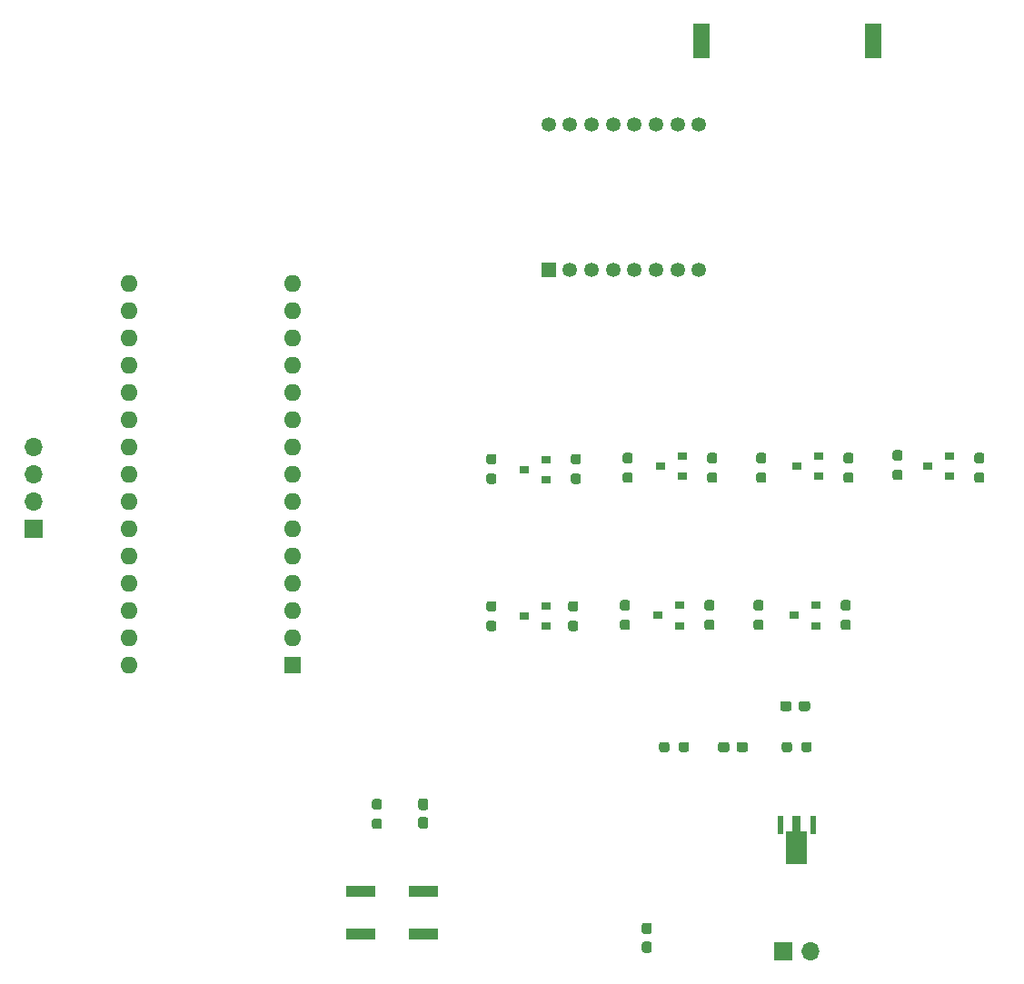
<source format=gbr>
%TF.GenerationSoftware,KiCad,Pcbnew,(5.1.10)-1*%
%TF.CreationDate,2021-06-24T19:27:42+08:00*%
%TF.ProjectId,hoperf_arduino,686f7065-7266-45f6-9172-6475696e6f2e,rev?*%
%TF.SameCoordinates,Original*%
%TF.FileFunction,Soldermask,Top*%
%TF.FilePolarity,Negative*%
%FSLAX46Y46*%
G04 Gerber Fmt 4.6, Leading zero omitted, Abs format (unit mm)*
G04 Created by KiCad (PCBNEW (5.1.10)-1) date 2021-06-24 19:27:42*
%MOMM*%
%LPD*%
G01*
G04 APERTURE LIST*
%ADD10C,1.350000*%
%ADD11R,1.350000X1.350000*%
%ADD12O,1.700000X1.700000*%
%ADD13R,1.700000X1.700000*%
%ADD14C,0.100000*%
%ADD15R,0.580000X1.730000*%
%ADD16R,2.800000X1.000000*%
%ADD17R,1.600000X1.600000*%
%ADD18O,1.600000X1.600000*%
%ADD19R,0.900000X0.800000*%
%ADD20R,1.524000X3.302000*%
G04 APERTURE END LIST*
D10*
%TO.C,U2*%
X102616000Y-65140000D03*
X104616000Y-65140000D03*
X106616000Y-65140000D03*
X108616000Y-65140000D03*
X110616000Y-65140000D03*
X112616000Y-65140000D03*
X114616000Y-65140000D03*
X116616000Y-65140000D03*
X116616000Y-78740000D03*
X114616000Y-78740000D03*
X112616000Y-78740000D03*
X110616000Y-78740000D03*
X108616000Y-78740000D03*
X106616000Y-78740000D03*
X104616000Y-78740000D03*
D11*
X102616000Y-78740000D03*
%TD*%
D12*
%TO.C,BT1*%
X127000000Y-142240000D03*
D13*
X124460000Y-142240000D03*
%TD*%
D14*
%TO.C,U1*%
G36*
X124763500Y-131080000D02*
G01*
X125350000Y-131080000D01*
X125350000Y-129580000D01*
X126110000Y-129580000D01*
X126110000Y-131080000D01*
X126696500Y-131080000D01*
X126696500Y-134109999D01*
X124763500Y-134109999D01*
X124763500Y-131080000D01*
G37*
D15*
X124230000Y-130445000D03*
X127230000Y-130445000D03*
%TD*%
D16*
%TO.C,SW1*%
X85132000Y-136652000D03*
X90932000Y-136652000D03*
X85132000Y-140652000D03*
X90932000Y-140652000D03*
%TD*%
%TO.C,R24*%
G36*
G01*
X126155000Y-123427500D02*
X126155000Y-122952500D01*
G75*
G02*
X126392500Y-122715000I237500J0D01*
G01*
X126892500Y-122715000D01*
G75*
G02*
X127130000Y-122952500I0J-237500D01*
G01*
X127130000Y-123427500D01*
G75*
G02*
X126892500Y-123665000I-237500J0D01*
G01*
X126392500Y-123665000D01*
G75*
G02*
X126155000Y-123427500I0J237500D01*
G01*
G37*
G36*
G01*
X124330000Y-123427500D02*
X124330000Y-122952500D01*
G75*
G02*
X124567500Y-122715000I237500J0D01*
G01*
X125067500Y-122715000D01*
G75*
G02*
X125305000Y-122952500I0J-237500D01*
G01*
X125305000Y-123427500D01*
G75*
G02*
X125067500Y-123665000I-237500J0D01*
G01*
X124567500Y-123665000D01*
G75*
G02*
X124330000Y-123427500I0J237500D01*
G01*
G37*
%TD*%
%TO.C,R15*%
G36*
G01*
X130539500Y-110469000D02*
X130064500Y-110469000D01*
G75*
G02*
X129827000Y-110231500I0J237500D01*
G01*
X129827000Y-109731500D01*
G75*
G02*
X130064500Y-109494000I237500J0D01*
G01*
X130539500Y-109494000D01*
G75*
G02*
X130777000Y-109731500I0J-237500D01*
G01*
X130777000Y-110231500D01*
G75*
G02*
X130539500Y-110469000I-237500J0D01*
G01*
G37*
G36*
G01*
X130539500Y-112294000D02*
X130064500Y-112294000D01*
G75*
G02*
X129827000Y-112056500I0J237500D01*
G01*
X129827000Y-111556500D01*
G75*
G02*
X130064500Y-111319000I237500J0D01*
G01*
X130539500Y-111319000D01*
G75*
G02*
X130777000Y-111556500I0J-237500D01*
G01*
X130777000Y-112056500D01*
G75*
G02*
X130539500Y-112294000I-237500J0D01*
G01*
G37*
%TD*%
%TO.C,R14*%
G36*
G01*
X122411500Y-110469000D02*
X121936500Y-110469000D01*
G75*
G02*
X121699000Y-110231500I0J237500D01*
G01*
X121699000Y-109731500D01*
G75*
G02*
X121936500Y-109494000I237500J0D01*
G01*
X122411500Y-109494000D01*
G75*
G02*
X122649000Y-109731500I0J-237500D01*
G01*
X122649000Y-110231500D01*
G75*
G02*
X122411500Y-110469000I-237500J0D01*
G01*
G37*
G36*
G01*
X122411500Y-112294000D02*
X121936500Y-112294000D01*
G75*
G02*
X121699000Y-112056500I0J237500D01*
G01*
X121699000Y-111556500D01*
G75*
G02*
X121936500Y-111319000I237500J0D01*
G01*
X122411500Y-111319000D01*
G75*
G02*
X122649000Y-111556500I0J-237500D01*
G01*
X122649000Y-112056500D01*
G75*
G02*
X122411500Y-112294000I-237500J0D01*
G01*
G37*
%TD*%
%TO.C,R13*%
G36*
G01*
X117839500Y-110469000D02*
X117364500Y-110469000D01*
G75*
G02*
X117127000Y-110231500I0J237500D01*
G01*
X117127000Y-109731500D01*
G75*
G02*
X117364500Y-109494000I237500J0D01*
G01*
X117839500Y-109494000D01*
G75*
G02*
X118077000Y-109731500I0J-237500D01*
G01*
X118077000Y-110231500D01*
G75*
G02*
X117839500Y-110469000I-237500J0D01*
G01*
G37*
G36*
G01*
X117839500Y-112294000D02*
X117364500Y-112294000D01*
G75*
G02*
X117127000Y-112056500I0J237500D01*
G01*
X117127000Y-111556500D01*
G75*
G02*
X117364500Y-111319000I237500J0D01*
G01*
X117839500Y-111319000D01*
G75*
G02*
X118077000Y-111556500I0J-237500D01*
G01*
X118077000Y-112056500D01*
G75*
G02*
X117839500Y-112294000I-237500J0D01*
G01*
G37*
%TD*%
%TO.C,R12*%
G36*
G01*
X109965500Y-110469000D02*
X109490500Y-110469000D01*
G75*
G02*
X109253000Y-110231500I0J237500D01*
G01*
X109253000Y-109731500D01*
G75*
G02*
X109490500Y-109494000I237500J0D01*
G01*
X109965500Y-109494000D01*
G75*
G02*
X110203000Y-109731500I0J-237500D01*
G01*
X110203000Y-110231500D01*
G75*
G02*
X109965500Y-110469000I-237500J0D01*
G01*
G37*
G36*
G01*
X109965500Y-112294000D02*
X109490500Y-112294000D01*
G75*
G02*
X109253000Y-112056500I0J237500D01*
G01*
X109253000Y-111556500D01*
G75*
G02*
X109490500Y-111319000I237500J0D01*
G01*
X109965500Y-111319000D01*
G75*
G02*
X110203000Y-111556500I0J-237500D01*
G01*
X110203000Y-112056500D01*
G75*
G02*
X109965500Y-112294000I-237500J0D01*
G01*
G37*
%TD*%
%TO.C,R11*%
G36*
G01*
X105139500Y-110573000D02*
X104664500Y-110573000D01*
G75*
G02*
X104427000Y-110335500I0J237500D01*
G01*
X104427000Y-109835500D01*
G75*
G02*
X104664500Y-109598000I237500J0D01*
G01*
X105139500Y-109598000D01*
G75*
G02*
X105377000Y-109835500I0J-237500D01*
G01*
X105377000Y-110335500D01*
G75*
G02*
X105139500Y-110573000I-237500J0D01*
G01*
G37*
G36*
G01*
X105139500Y-112398000D02*
X104664500Y-112398000D01*
G75*
G02*
X104427000Y-112160500I0J237500D01*
G01*
X104427000Y-111660500D01*
G75*
G02*
X104664500Y-111423000I237500J0D01*
G01*
X105139500Y-111423000D01*
G75*
G02*
X105377000Y-111660500I0J-237500D01*
G01*
X105377000Y-112160500D01*
G75*
G02*
X105139500Y-112398000I-237500J0D01*
G01*
G37*
%TD*%
%TO.C,R10*%
G36*
G01*
X97519500Y-110573000D02*
X97044500Y-110573000D01*
G75*
G02*
X96807000Y-110335500I0J237500D01*
G01*
X96807000Y-109835500D01*
G75*
G02*
X97044500Y-109598000I237500J0D01*
G01*
X97519500Y-109598000D01*
G75*
G02*
X97757000Y-109835500I0J-237500D01*
G01*
X97757000Y-110335500D01*
G75*
G02*
X97519500Y-110573000I-237500J0D01*
G01*
G37*
G36*
G01*
X97519500Y-112398000D02*
X97044500Y-112398000D01*
G75*
G02*
X96807000Y-112160500I0J237500D01*
G01*
X96807000Y-111660500D01*
G75*
G02*
X97044500Y-111423000I237500J0D01*
G01*
X97519500Y-111423000D01*
G75*
G02*
X97757000Y-111660500I0J-237500D01*
G01*
X97757000Y-112160500D01*
G75*
G02*
X97519500Y-112398000I-237500J0D01*
G01*
G37*
%TD*%
%TO.C,R9*%
G36*
G01*
X105393500Y-96857000D02*
X104918500Y-96857000D01*
G75*
G02*
X104681000Y-96619500I0J237500D01*
G01*
X104681000Y-96119500D01*
G75*
G02*
X104918500Y-95882000I237500J0D01*
G01*
X105393500Y-95882000D01*
G75*
G02*
X105631000Y-96119500I0J-237500D01*
G01*
X105631000Y-96619500D01*
G75*
G02*
X105393500Y-96857000I-237500J0D01*
G01*
G37*
G36*
G01*
X105393500Y-98682000D02*
X104918500Y-98682000D01*
G75*
G02*
X104681000Y-98444500I0J237500D01*
G01*
X104681000Y-97944500D01*
G75*
G02*
X104918500Y-97707000I237500J0D01*
G01*
X105393500Y-97707000D01*
G75*
G02*
X105631000Y-97944500I0J-237500D01*
G01*
X105631000Y-98444500D01*
G75*
G02*
X105393500Y-98682000I-237500J0D01*
G01*
G37*
%TD*%
%TO.C,R8*%
G36*
G01*
X97519500Y-96857000D02*
X97044500Y-96857000D01*
G75*
G02*
X96807000Y-96619500I0J237500D01*
G01*
X96807000Y-96119500D01*
G75*
G02*
X97044500Y-95882000I237500J0D01*
G01*
X97519500Y-95882000D01*
G75*
G02*
X97757000Y-96119500I0J-237500D01*
G01*
X97757000Y-96619500D01*
G75*
G02*
X97519500Y-96857000I-237500J0D01*
G01*
G37*
G36*
G01*
X97519500Y-98682000D02*
X97044500Y-98682000D01*
G75*
G02*
X96807000Y-98444500I0J237500D01*
G01*
X96807000Y-97944500D01*
G75*
G02*
X97044500Y-97707000I237500J0D01*
G01*
X97519500Y-97707000D01*
G75*
G02*
X97757000Y-97944500I0J-237500D01*
G01*
X97757000Y-98444500D01*
G75*
G02*
X97519500Y-98682000I-237500J0D01*
G01*
G37*
%TD*%
%TO.C,R7*%
G36*
G01*
X142985500Y-96753500D02*
X142510500Y-96753500D01*
G75*
G02*
X142273000Y-96516000I0J237500D01*
G01*
X142273000Y-96016000D01*
G75*
G02*
X142510500Y-95778500I237500J0D01*
G01*
X142985500Y-95778500D01*
G75*
G02*
X143223000Y-96016000I0J-237500D01*
G01*
X143223000Y-96516000D01*
G75*
G02*
X142985500Y-96753500I-237500J0D01*
G01*
G37*
G36*
G01*
X142985500Y-98578500D02*
X142510500Y-98578500D01*
G75*
G02*
X142273000Y-98341000I0J237500D01*
G01*
X142273000Y-97841000D01*
G75*
G02*
X142510500Y-97603500I237500J0D01*
G01*
X142985500Y-97603500D01*
G75*
G02*
X143223000Y-97841000I0J-237500D01*
G01*
X143223000Y-98341000D01*
G75*
G02*
X142985500Y-98578500I-237500J0D01*
G01*
G37*
%TD*%
%TO.C,R6*%
G36*
G01*
X135365500Y-96499500D02*
X134890500Y-96499500D01*
G75*
G02*
X134653000Y-96262000I0J237500D01*
G01*
X134653000Y-95762000D01*
G75*
G02*
X134890500Y-95524500I237500J0D01*
G01*
X135365500Y-95524500D01*
G75*
G02*
X135603000Y-95762000I0J-237500D01*
G01*
X135603000Y-96262000D01*
G75*
G02*
X135365500Y-96499500I-237500J0D01*
G01*
G37*
G36*
G01*
X135365500Y-98324500D02*
X134890500Y-98324500D01*
G75*
G02*
X134653000Y-98087000I0J237500D01*
G01*
X134653000Y-97587000D01*
G75*
G02*
X134890500Y-97349500I237500J0D01*
G01*
X135365500Y-97349500D01*
G75*
G02*
X135603000Y-97587000I0J-237500D01*
G01*
X135603000Y-98087000D01*
G75*
G02*
X135365500Y-98324500I-237500J0D01*
G01*
G37*
%TD*%
%TO.C,R5*%
G36*
G01*
X130793500Y-96753500D02*
X130318500Y-96753500D01*
G75*
G02*
X130081000Y-96516000I0J237500D01*
G01*
X130081000Y-96016000D01*
G75*
G02*
X130318500Y-95778500I237500J0D01*
G01*
X130793500Y-95778500D01*
G75*
G02*
X131031000Y-96016000I0J-237500D01*
G01*
X131031000Y-96516000D01*
G75*
G02*
X130793500Y-96753500I-237500J0D01*
G01*
G37*
G36*
G01*
X130793500Y-98578500D02*
X130318500Y-98578500D01*
G75*
G02*
X130081000Y-98341000I0J237500D01*
G01*
X130081000Y-97841000D01*
G75*
G02*
X130318500Y-97603500I237500J0D01*
G01*
X130793500Y-97603500D01*
G75*
G02*
X131031000Y-97841000I0J-237500D01*
G01*
X131031000Y-98341000D01*
G75*
G02*
X130793500Y-98578500I-237500J0D01*
G01*
G37*
%TD*%
%TO.C,R4*%
G36*
G01*
X122665500Y-96753500D02*
X122190500Y-96753500D01*
G75*
G02*
X121953000Y-96516000I0J237500D01*
G01*
X121953000Y-96016000D01*
G75*
G02*
X122190500Y-95778500I237500J0D01*
G01*
X122665500Y-95778500D01*
G75*
G02*
X122903000Y-96016000I0J-237500D01*
G01*
X122903000Y-96516000D01*
G75*
G02*
X122665500Y-96753500I-237500J0D01*
G01*
G37*
G36*
G01*
X122665500Y-98578500D02*
X122190500Y-98578500D01*
G75*
G02*
X121953000Y-98341000I0J237500D01*
G01*
X121953000Y-97841000D01*
G75*
G02*
X122190500Y-97603500I237500J0D01*
G01*
X122665500Y-97603500D01*
G75*
G02*
X122903000Y-97841000I0J-237500D01*
G01*
X122903000Y-98341000D01*
G75*
G02*
X122665500Y-98578500I-237500J0D01*
G01*
G37*
%TD*%
%TO.C,R3*%
G36*
G01*
X118093500Y-96753500D02*
X117618500Y-96753500D01*
G75*
G02*
X117381000Y-96516000I0J237500D01*
G01*
X117381000Y-96016000D01*
G75*
G02*
X117618500Y-95778500I237500J0D01*
G01*
X118093500Y-95778500D01*
G75*
G02*
X118331000Y-96016000I0J-237500D01*
G01*
X118331000Y-96516000D01*
G75*
G02*
X118093500Y-96753500I-237500J0D01*
G01*
G37*
G36*
G01*
X118093500Y-98578500D02*
X117618500Y-98578500D01*
G75*
G02*
X117381000Y-98341000I0J237500D01*
G01*
X117381000Y-97841000D01*
G75*
G02*
X117618500Y-97603500I237500J0D01*
G01*
X118093500Y-97603500D01*
G75*
G02*
X118331000Y-97841000I0J-237500D01*
G01*
X118331000Y-98341000D01*
G75*
G02*
X118093500Y-98578500I-237500J0D01*
G01*
G37*
%TD*%
%TO.C,R2*%
G36*
G01*
X110219500Y-96753500D02*
X109744500Y-96753500D01*
G75*
G02*
X109507000Y-96516000I0J237500D01*
G01*
X109507000Y-96016000D01*
G75*
G02*
X109744500Y-95778500I237500J0D01*
G01*
X110219500Y-95778500D01*
G75*
G02*
X110457000Y-96016000I0J-237500D01*
G01*
X110457000Y-96516000D01*
G75*
G02*
X110219500Y-96753500I-237500J0D01*
G01*
G37*
G36*
G01*
X110219500Y-98578500D02*
X109744500Y-98578500D01*
G75*
G02*
X109507000Y-98341000I0J237500D01*
G01*
X109507000Y-97841000D01*
G75*
G02*
X109744500Y-97603500I237500J0D01*
G01*
X110219500Y-97603500D01*
G75*
G02*
X110457000Y-97841000I0J-237500D01*
G01*
X110457000Y-98341000D01*
G75*
G02*
X110219500Y-98578500I-237500J0D01*
G01*
G37*
%TD*%
%TO.C,R1*%
G36*
G01*
X86851500Y-129011000D02*
X86376500Y-129011000D01*
G75*
G02*
X86139000Y-128773500I0J237500D01*
G01*
X86139000Y-128273500D01*
G75*
G02*
X86376500Y-128036000I237500J0D01*
G01*
X86851500Y-128036000D01*
G75*
G02*
X87089000Y-128273500I0J-237500D01*
G01*
X87089000Y-128773500D01*
G75*
G02*
X86851500Y-129011000I-237500J0D01*
G01*
G37*
G36*
G01*
X86851500Y-130836000D02*
X86376500Y-130836000D01*
G75*
G02*
X86139000Y-130598500I0J237500D01*
G01*
X86139000Y-130098500D01*
G75*
G02*
X86376500Y-129861000I237500J0D01*
G01*
X86851500Y-129861000D01*
G75*
G02*
X87089000Y-130098500I0J-237500D01*
G01*
X87089000Y-130598500D01*
G75*
G02*
X86851500Y-130836000I-237500J0D01*
G01*
G37*
%TD*%
%TO.C,FB1*%
G36*
G01*
X113875000Y-122952500D02*
X113875000Y-123427500D01*
G75*
G02*
X113637500Y-123665000I-237500J0D01*
G01*
X113137500Y-123665000D01*
G75*
G02*
X112900000Y-123427500I0J237500D01*
G01*
X112900000Y-122952500D01*
G75*
G02*
X113137500Y-122715000I237500J0D01*
G01*
X113637500Y-122715000D01*
G75*
G02*
X113875000Y-122952500I0J-237500D01*
G01*
G37*
G36*
G01*
X115700000Y-122952500D02*
X115700000Y-123427500D01*
G75*
G02*
X115462500Y-123665000I-237500J0D01*
G01*
X114962500Y-123665000D01*
G75*
G02*
X114725000Y-123427500I0J237500D01*
G01*
X114725000Y-122952500D01*
G75*
G02*
X114962500Y-122715000I237500J0D01*
G01*
X115462500Y-122715000D01*
G75*
G02*
X115700000Y-122952500I0J-237500D01*
G01*
G37*
%TD*%
%TO.C,D1*%
G36*
G01*
X111997500Y-140620000D02*
X111522500Y-140620000D01*
G75*
G02*
X111285000Y-140382500I0J237500D01*
G01*
X111285000Y-139807500D01*
G75*
G02*
X111522500Y-139570000I237500J0D01*
G01*
X111997500Y-139570000D01*
G75*
G02*
X112235000Y-139807500I0J-237500D01*
G01*
X112235000Y-140382500D01*
G75*
G02*
X111997500Y-140620000I-237500J0D01*
G01*
G37*
G36*
G01*
X111997500Y-142370000D02*
X111522500Y-142370000D01*
G75*
G02*
X111285000Y-142132500I0J237500D01*
G01*
X111285000Y-141557500D01*
G75*
G02*
X111522500Y-141320000I237500J0D01*
G01*
X111997500Y-141320000D01*
G75*
G02*
X112235000Y-141557500I0J-237500D01*
G01*
X112235000Y-142132500D01*
G75*
G02*
X111997500Y-142370000I-237500J0D01*
G01*
G37*
%TD*%
%TO.C,C3*%
G36*
G01*
X125251000Y-119142500D02*
X125251000Y-119617500D01*
G75*
G02*
X125013500Y-119855000I-237500J0D01*
G01*
X124413500Y-119855000D01*
G75*
G02*
X124176000Y-119617500I0J237500D01*
G01*
X124176000Y-119142500D01*
G75*
G02*
X124413500Y-118905000I237500J0D01*
G01*
X125013500Y-118905000D01*
G75*
G02*
X125251000Y-119142500I0J-237500D01*
G01*
G37*
G36*
G01*
X126976000Y-119142500D02*
X126976000Y-119617500D01*
G75*
G02*
X126738500Y-119855000I-237500J0D01*
G01*
X126138500Y-119855000D01*
G75*
G02*
X125901000Y-119617500I0J237500D01*
G01*
X125901000Y-119142500D01*
G75*
G02*
X126138500Y-118905000I237500J0D01*
G01*
X126738500Y-118905000D01*
G75*
G02*
X126976000Y-119142500I0J-237500D01*
G01*
G37*
%TD*%
%TO.C,C2*%
G36*
G01*
X120113000Y-123427500D02*
X120113000Y-122952500D01*
G75*
G02*
X120350500Y-122715000I237500J0D01*
G01*
X120950500Y-122715000D01*
G75*
G02*
X121188000Y-122952500I0J-237500D01*
G01*
X121188000Y-123427500D01*
G75*
G02*
X120950500Y-123665000I-237500J0D01*
G01*
X120350500Y-123665000D01*
G75*
G02*
X120113000Y-123427500I0J237500D01*
G01*
G37*
G36*
G01*
X118388000Y-123427500D02*
X118388000Y-122952500D01*
G75*
G02*
X118625500Y-122715000I237500J0D01*
G01*
X119225500Y-122715000D01*
G75*
G02*
X119463000Y-122952500I0J-237500D01*
G01*
X119463000Y-123427500D01*
G75*
G02*
X119225500Y-123665000I-237500J0D01*
G01*
X118625500Y-123665000D01*
G75*
G02*
X118388000Y-123427500I0J237500D01*
G01*
G37*
%TD*%
%TO.C,C1*%
G36*
G01*
X91169500Y-129061000D02*
X90694500Y-129061000D01*
G75*
G02*
X90457000Y-128823500I0J237500D01*
G01*
X90457000Y-128223500D01*
G75*
G02*
X90694500Y-127986000I237500J0D01*
G01*
X91169500Y-127986000D01*
G75*
G02*
X91407000Y-128223500I0J-237500D01*
G01*
X91407000Y-128823500D01*
G75*
G02*
X91169500Y-129061000I-237500J0D01*
G01*
G37*
G36*
G01*
X91169500Y-130786000D02*
X90694500Y-130786000D01*
G75*
G02*
X90457000Y-130548500I0J237500D01*
G01*
X90457000Y-129948500D01*
G75*
G02*
X90694500Y-129711000I237500J0D01*
G01*
X91169500Y-129711000D01*
G75*
G02*
X91407000Y-129948500I0J-237500D01*
G01*
X91407000Y-130548500D01*
G75*
G02*
X91169500Y-130786000I-237500J0D01*
G01*
G37*
%TD*%
D13*
%TO.C,FC1*%
X54610000Y-102870000D03*
D12*
X54610000Y-100330000D03*
X54610000Y-97790000D03*
X54610000Y-95250000D03*
%TD*%
D17*
%TO.C,A1*%
X78740000Y-115570000D03*
D18*
X63500000Y-82550000D03*
X78740000Y-113030000D03*
X63500000Y-85090000D03*
X78740000Y-110490000D03*
X63500000Y-87630000D03*
X78740000Y-107950000D03*
X63500000Y-90170000D03*
X78740000Y-105410000D03*
X63500000Y-92710000D03*
X78740000Y-102870000D03*
X63500000Y-95250000D03*
X78740000Y-100330000D03*
X63500000Y-97790000D03*
X78740000Y-97790000D03*
X63500000Y-100330000D03*
X78740000Y-95250000D03*
X63500000Y-102870000D03*
X78740000Y-92710000D03*
X63500000Y-105410000D03*
X78740000Y-90170000D03*
X63500000Y-107950000D03*
X78740000Y-87630000D03*
X63500000Y-110490000D03*
X78740000Y-85090000D03*
X63500000Y-113030000D03*
X78740000Y-82550000D03*
X63500000Y-115570000D03*
X78740000Y-80010000D03*
X63500000Y-80010000D03*
%TD*%
D19*
%TO.C,Q7*%
X125492000Y-110932000D03*
X127492000Y-109982000D03*
X127492000Y-111882000D03*
%TD*%
%TO.C,Q6*%
X112792000Y-110932000D03*
X114792000Y-109982000D03*
X114792000Y-111882000D03*
%TD*%
%TO.C,Q5*%
X100346000Y-110998000D03*
X102346000Y-110048000D03*
X102346000Y-111948000D03*
%TD*%
%TO.C,Q4*%
X100362000Y-97348000D03*
X102362000Y-96398000D03*
X102362000Y-98298000D03*
%TD*%
%TO.C,Q3*%
X137954000Y-97028000D03*
X139954000Y-96078000D03*
X139954000Y-97978000D03*
%TD*%
%TO.C,Q2*%
X125746000Y-97028000D03*
X127746000Y-96078000D03*
X127746000Y-97978000D03*
%TD*%
%TO.C,Q1*%
X113046000Y-97028000D03*
X115046000Y-96078000D03*
X115046000Y-97978000D03*
%TD*%
D20*
%TO.C,E1*%
X132842000Y-57404000D03*
X116840000Y-57404000D03*
%TD*%
M02*

</source>
